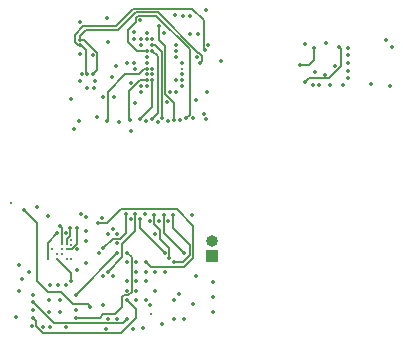
<source format=gbr>
G04 #@! TF.GenerationSoftware,KiCad,Pcbnew,(5.1.5)-3*
G04 #@! TF.CreationDate,2020-09-26T11:14:37+09:00*
G04 #@! TF.ProjectId,WF_Board,57465f42-6f61-4726-942e-6b696361645f,rev?*
G04 #@! TF.SameCoordinates,Original*
G04 #@! TF.FileFunction,Copper,L4,Inr*
G04 #@! TF.FilePolarity,Positive*
%FSLAX46Y46*%
G04 Gerber Fmt 4.6, Leading zero omitted, Abs format (unit mm)*
G04 Created by KiCad (PCBNEW (5.1.5)-3) date 2020-09-26 11:14:37*
%MOMM*%
%LPD*%
G04 APERTURE LIST*
%ADD10O,1.000000X1.000000*%
%ADD11R,1.000000X1.000000*%
%ADD12C,0.350000*%
%ADD13C,0.300000*%
%ADD14C,0.152400*%
%ADD15C,0.203200*%
G04 APERTURE END LIST*
D10*
X140970000Y-106031160D03*
D11*
X140970000Y-107301160D03*
D12*
X136175340Y-110243360D03*
X136175340Y-108645700D03*
X135375240Y-108645700D03*
X139586560Y-108993680D03*
X128604020Y-113351900D03*
X127153260Y-112031520D03*
X127153260Y-111081560D03*
X128103220Y-111081560D03*
X128103220Y-112031520D03*
X137933120Y-93446780D03*
X135433120Y-88946780D03*
X134933120Y-89446780D03*
X134399657Y-90939485D03*
X134933120Y-93446780D03*
X138492720Y-86986380D03*
X134355320Y-88941980D03*
X138433120Y-91946780D03*
X135933120Y-88946780D03*
D13*
X138433120Y-91446780D03*
D12*
X139813520Y-88535780D03*
X154462765Y-92794515D03*
X156065940Y-92960340D03*
X152527980Y-89667580D03*
X125708000Y-113220231D03*
X134292080Y-113458120D03*
X132974940Y-112643660D03*
X129057396Y-94053660D03*
X124665480Y-110272960D03*
X150074140Y-92814686D03*
X150530000Y-91990000D03*
X139372080Y-111395640D03*
X129837199Y-87478720D03*
X132189220Y-89197180D03*
X129835140Y-90221340D03*
X141076680Y-112030640D03*
X136731178Y-113086042D03*
X135101246Y-113386750D03*
D13*
X127866140Y-107143680D03*
D12*
X130307080Y-105195500D03*
D13*
X128663700Y-107545000D03*
X129064920Y-107544900D03*
D12*
X129509520Y-108543220D03*
X130296920Y-107887900D03*
X126154780Y-103144441D03*
X127076200Y-103938200D03*
X125483620Y-108647360D03*
D13*
X123992640Y-102825680D03*
D12*
X140596620Y-93426280D03*
X133774780Y-109444440D03*
X134574780Y-108645340D03*
X155710000Y-89020000D03*
X130300000Y-104040000D03*
X129690000Y-95860000D03*
X139590000Y-94100000D03*
X128620000Y-105380000D03*
X135733380Y-111449860D03*
X129834200Y-92501020D03*
X135375240Y-111043460D03*
X134575140Y-109443260D03*
X135375240Y-109443260D03*
X136975440Y-108645700D03*
X133775040Y-107845600D03*
X125835000Y-111881660D03*
X129424020Y-111881660D03*
X137775540Y-111043460D03*
X134914120Y-87335382D03*
X134933120Y-92946780D03*
X134933120Y-88946780D03*
X139153120Y-88535780D03*
X138433120Y-92446780D03*
X129933700Y-91902280D03*
X130985120Y-93101020D03*
X141076680Y-109490640D03*
X131693920Y-104098220D03*
D13*
X128264920Y-106744900D03*
D12*
X129585720Y-106744900D03*
X137182127Y-94267757D03*
X131220000Y-95510000D03*
X134575140Y-111043460D03*
X134575140Y-110243360D03*
X134575140Y-107845600D03*
X138171780Y-110504980D03*
X132042760Y-113479311D03*
X131782420Y-111437040D03*
X139153120Y-87011780D03*
X129890000Y-103730000D03*
X129260000Y-96590000D03*
X126652880Y-113352320D03*
X137933120Y-89446780D03*
X135433120Y-88446780D03*
X138433120Y-92946780D03*
X137868520Y-86928980D03*
X152524940Y-92265540D03*
X131033520Y-92501720D03*
X149524140Y-92814670D03*
X130880140Y-90266340D03*
X134086600Y-104225220D03*
D13*
X129064920Y-106344900D03*
D12*
X124664780Y-108069409D03*
D13*
X129064920Y-105944900D03*
D12*
X130307080Y-106085500D03*
X137434545Y-93445355D03*
X132524800Y-92135840D03*
X148844000Y-89408000D03*
X140648200Y-89450180D03*
X134090000Y-96770000D03*
X152524940Y-90315540D03*
X151357040Y-91237300D03*
X136933120Y-88446780D03*
D13*
X128264920Y-106343580D03*
D12*
X128150620Y-104781200D03*
X127894080Y-105386000D03*
D13*
X127064920Y-107544900D03*
X128663700Y-106744900D03*
D12*
X129527980Y-104954200D03*
X150971944Y-92814656D03*
X149678840Y-91737300D03*
X152091100Y-92799400D03*
X156214775Y-89662158D03*
X134377920Y-88387780D03*
X135433120Y-90946780D03*
X135433120Y-92946780D03*
X138433120Y-90946780D03*
X127303120Y-109760760D03*
X127953360Y-109760760D03*
X127303120Y-113352320D03*
X128603600Y-109760760D03*
X124910440Y-109290860D03*
X124384669Y-112463320D03*
X152525440Y-91615760D03*
X130934460Y-91902280D03*
X149610700Y-89697560D03*
X129834640Y-89019097D03*
X148460460Y-91173400D03*
X139981940Y-90954860D03*
X132080000Y-87177880D03*
X141719300Y-90772080D03*
X152522900Y-90962980D03*
X130434200Y-91902160D03*
X150608920Y-89311480D03*
X129834640Y-89420700D03*
X140406214Y-89868693D03*
X140459320Y-86522580D03*
X139687537Y-90455515D03*
X137933120Y-92446780D03*
X132700000Y-93820000D03*
D13*
X135775300Y-112242220D03*
D12*
X133775040Y-110243360D03*
X138575640Y-112643660D03*
X137770460Y-112643660D03*
D13*
X128663700Y-106343580D03*
D12*
X128978660Y-104954200D03*
X151729060Y-89651840D03*
X148846540Y-92585540D03*
X132854700Y-91211400D03*
X135433120Y-90446780D03*
X140510000Y-95740000D03*
X140315633Y-95267431D03*
X137933120Y-89946780D03*
X139330000Y-95660000D03*
X137933120Y-90446780D03*
X138290000Y-95840000D03*
X136174480Y-105444420D03*
X139301220Y-103872160D03*
X136471520Y-87868780D03*
X137774680Y-107844720D03*
X137683240Y-103884860D03*
X137780002Y-95820000D03*
X135933120Y-91446780D03*
X132974080Y-106244520D03*
X137294620Y-104390320D03*
X137280000Y-95870000D03*
X135933120Y-89446780D03*
X138574780Y-107044620D03*
X136885680Y-103879780D03*
X136746636Y-95670000D03*
X135933120Y-91946780D03*
X136489440Y-104372540D03*
X132575300Y-105025320D03*
X136370002Y-95980000D03*
X135933120Y-89946780D03*
X137375900Y-107445940D03*
X136093200Y-103887400D03*
X135879840Y-95724980D03*
X135433120Y-91946780D03*
X135691880Y-104390320D03*
X132173980Y-105444420D03*
X135400000Y-95860000D03*
X135433120Y-89946780D03*
X138770000Y-95650000D03*
X130434080Y-93101160D03*
D13*
X127866140Y-107545000D03*
D12*
X129057404Y-109424600D03*
X134482320Y-91475572D03*
X135374780Y-107844440D03*
X131287520Y-104517320D03*
X135433120Y-91446780D03*
X132092700Y-95897700D03*
D13*
X128264920Y-107143680D03*
D12*
X131721860Y-93858080D03*
X133814820Y-90947240D03*
X133111240Y-95948500D03*
X134081520Y-92638880D03*
X133697980Y-103783260D03*
X131775200Y-106643300D03*
X135433120Y-92446780D03*
X134493000Y-103783260D03*
X132173980Y-108644820D03*
X134050000Y-95810000D03*
X136974580Y-107044620D03*
X134886700Y-104225220D03*
X134491641Y-94402999D03*
X135915510Y-92446780D03*
X135293100Y-103778180D03*
X131373880Y-107044620D03*
X134880000Y-95750000D03*
X125059440Y-103425120D03*
X130683000Y-111601380D03*
X131772660Y-109041060D03*
X132572760Y-109041060D03*
X141077300Y-110762060D03*
X132973820Y-105444420D03*
X125834020Y-110581900D03*
D13*
X127464920Y-106744900D03*
D12*
X132974780Y-107044456D03*
X129422900Y-110582840D03*
X133773920Y-107044620D03*
X129424020Y-112531900D03*
X133775040Y-111043460D03*
X125835000Y-112531900D03*
X132173580Y-112643540D03*
X133775040Y-112643660D03*
X125835000Y-111231420D03*
D14*
X128264920Y-106343580D02*
X128264920Y-104895500D01*
X128264920Y-104895500D02*
X128150620Y-104781200D01*
X127894080Y-105386000D02*
X127064920Y-106215160D01*
X127064920Y-106215160D02*
X127064920Y-107544900D01*
X129527980Y-106322580D02*
X129527980Y-104954200D01*
X128663700Y-106744900D02*
X129105660Y-106744900D01*
X129105660Y-106744900D02*
X129527980Y-106322580D01*
D15*
X130046772Y-89019097D02*
X129834640Y-89019097D01*
X131233341Y-90096803D02*
X130155635Y-89019097D01*
X130155635Y-89019097D02*
X130046772Y-89019097D01*
X131233341Y-91603399D02*
X131233341Y-90096803D01*
X130934460Y-91902280D02*
X131233341Y-91603399D01*
X134508230Y-86700370D02*
X136420710Y-86700370D01*
X129834640Y-89019097D02*
X129834640Y-88699102D01*
X129834640Y-88699102D02*
X130310603Y-88223139D01*
X130310603Y-88223139D02*
X132985461Y-88223139D01*
X132985461Y-88223139D02*
X134508230Y-86700370D01*
X149610700Y-89945047D02*
X149610700Y-89697560D01*
X149610700Y-90726360D02*
X149610700Y-89945047D01*
X149163660Y-91173400D02*
X149610700Y-90726360D01*
X148460460Y-91173400D02*
X149163660Y-91173400D01*
D14*
X139852227Y-90105906D02*
X140156939Y-90410618D01*
X139826246Y-90105906D02*
X139852227Y-90105906D01*
X140156939Y-90410618D02*
X140156939Y-90779861D01*
X140156939Y-90779861D02*
X139981940Y-90954860D01*
X136420710Y-86700370D02*
X139826246Y-90105906D01*
D15*
X130311901Y-89897961D02*
X129984639Y-89570699D01*
X129984639Y-89570699D02*
X129834640Y-89420700D01*
X130311901Y-91802961D02*
X130311901Y-89897961D01*
X130411100Y-91902160D02*
X130311901Y-91802961D01*
X130434200Y-91902160D02*
X130411100Y-91902160D01*
X140270000Y-89732479D02*
X140406214Y-89868693D01*
X140270000Y-87349260D02*
X140270000Y-89732479D01*
X139300319Y-86379579D02*
X140270000Y-87349260D01*
X132831840Y-87848440D02*
X134300701Y-86379579D01*
X129622508Y-89420700D02*
X129360000Y-89158192D01*
X134300701Y-86379579D02*
X139300319Y-86379579D01*
X129834640Y-89420700D02*
X129622508Y-89420700D01*
X129360000Y-89158192D02*
X129360000Y-88570000D01*
X129360000Y-88570000D02*
X130081560Y-87848440D01*
X130081560Y-87848440D02*
X132831840Y-87848440D01*
D14*
X128663700Y-106343580D02*
X128663700Y-105899080D01*
X128978660Y-105584120D02*
X128978660Y-104954200D01*
X128663700Y-105899080D02*
X128978660Y-105584120D01*
D15*
X151904059Y-91250019D02*
X151904059Y-89826839D01*
X151904059Y-89826839D02*
X151729060Y-89651840D01*
X150873338Y-92280740D02*
X151904059Y-91250019D01*
X148846540Y-92585540D02*
X149151340Y-92280740D01*
X149151340Y-92280740D02*
X150873338Y-92280740D01*
D14*
X137683240Y-104944040D02*
X137683240Y-103884860D01*
X139090400Y-106351200D02*
X137683240Y-104944040D01*
X137774680Y-107844720D02*
X138490960Y-107844720D01*
X139090400Y-107245280D02*
X139090400Y-106351200D01*
X138490960Y-107844720D02*
X139090400Y-107245280D01*
D15*
X137780002Y-94325682D02*
X137780002Y-95572513D01*
X137020300Y-93565980D02*
X137780002Y-94325682D01*
X137780002Y-95572513D02*
X137780002Y-95820000D01*
X136471520Y-89014160D02*
X137020300Y-89562940D01*
X137020300Y-89562940D02*
X137020300Y-93565980D01*
X136471520Y-87868780D02*
X136471520Y-89014160D01*
D14*
X136885680Y-105355520D02*
X136885680Y-103879780D01*
X138574780Y-107044620D02*
X136885680Y-105355520D01*
D15*
X136715489Y-95638853D02*
X136746636Y-95670000D01*
X136715489Y-90052373D02*
X136715489Y-95638853D01*
X135933120Y-89446780D02*
X136109896Y-89446780D01*
X136109896Y-89446780D02*
X136715489Y-90052373D01*
D14*
X137375900Y-106648380D02*
X137375900Y-107445940D01*
X136570720Y-105088820D02*
X136570720Y-105843200D01*
X136093200Y-103887400D02*
X136093200Y-104611300D01*
X136570720Y-105843200D02*
X137375900Y-106648380D01*
X136093200Y-104611300D02*
X136570720Y-105088820D01*
D15*
X136410678Y-95194142D02*
X135879840Y-95724980D01*
X135933120Y-89946780D02*
X136410678Y-90424338D01*
X136410678Y-90424338D02*
X136410678Y-95194142D01*
D14*
X134541120Y-87513180D02*
X134541120Y-87132180D01*
X134693520Y-86979780D02*
X136268320Y-86979780D01*
X133906120Y-88148180D02*
X134541120Y-87513180D01*
X133906120Y-89214980D02*
X133906120Y-88148180D01*
X134637920Y-89946780D02*
X133906120Y-89214980D01*
X134541120Y-87132180D02*
X134693520Y-86979780D01*
X136268320Y-86979780D02*
X139079730Y-89791190D01*
X139079730Y-89791190D02*
X139079730Y-93159970D01*
X135433120Y-89946780D02*
X134637920Y-89946780D01*
D15*
X139079730Y-95340270D02*
X138770000Y-95650000D01*
X139079730Y-93159970D02*
X139079730Y-95340270D01*
D14*
X129057404Y-108736264D02*
X129057404Y-109424600D01*
X127866140Y-107545000D02*
X129057404Y-108736264D01*
X137985500Y-103341300D02*
X133256020Y-103341300D01*
X135776380Y-108246040D02*
X138602720Y-108246040D01*
X132080000Y-104517320D02*
X131535007Y-104517320D01*
X133256020Y-103341300D02*
X132080000Y-104517320D01*
X139397740Y-104753540D02*
X137985500Y-103341300D01*
X135374780Y-107844440D02*
X135776380Y-108246040D01*
X131535007Y-104517320D02*
X131287520Y-104517320D01*
X138602720Y-108246040D02*
X139397740Y-107451020D01*
X139397740Y-107451020D02*
X139397740Y-104753540D01*
D15*
X132166360Y-95824040D02*
X132092700Y-95897700D01*
X135256344Y-91446780D02*
X134760204Y-91942920D01*
X135433120Y-91446780D02*
X135256344Y-91446780D01*
X134760204Y-91942920D02*
X133628212Y-91942920D01*
X132166360Y-93404772D02*
X132166360Y-95824040D01*
X133628212Y-91942920D02*
X132166360Y-93404772D01*
D14*
X133697980Y-104030747D02*
X133697980Y-103783260D01*
X133212840Y-105840660D02*
X133697980Y-105355520D01*
X131775200Y-106643300D02*
X132577840Y-105840660D01*
X133697980Y-105355520D02*
X133697980Y-104030747D01*
X132577840Y-105840660D02*
X133212840Y-105840660D01*
X134493000Y-104030747D02*
X134493000Y-103783260D01*
X133377940Y-106325800D02*
X134493000Y-105210740D01*
X134493000Y-105210740D02*
X134493000Y-104030747D01*
X132173980Y-108644820D02*
X133377940Y-107440860D01*
X133377940Y-107440860D02*
X133377940Y-106325800D01*
D15*
X135433120Y-92446780D02*
X134873382Y-92446780D01*
X133951980Y-95711980D02*
X134050000Y-95810000D01*
X133951980Y-93368182D02*
X133951980Y-95711980D01*
X134873382Y-92446780D02*
X133951980Y-93368182D01*
D14*
X136799581Y-106869621D02*
X136974580Y-107044620D01*
X134886700Y-104225220D02*
X134886700Y-104956740D01*
X134886700Y-104956740D02*
X136799581Y-106869621D01*
D15*
X135915510Y-94714490D02*
X135054999Y-95575001D01*
X135054999Y-95575001D02*
X134880000Y-95750000D01*
X135915510Y-92446780D02*
X135915510Y-94714490D01*
D14*
X126121160Y-104486840D02*
X125059440Y-103425120D01*
X126121160Y-109465240D02*
X126121160Y-104486840D01*
X130683000Y-111601380D02*
X130479800Y-111398180D01*
X129230120Y-111398180D02*
X128231900Y-110399960D01*
X130479800Y-111398180D02*
X129230120Y-111398180D01*
X128231900Y-110399960D02*
X127055880Y-110399960D01*
X127055880Y-110399960D02*
X126121160Y-109465240D01*
X132961284Y-107044456D02*
X132974780Y-107044456D01*
X129422900Y-110582840D02*
X132961284Y-107044456D01*
X132768080Y-112241460D02*
X131785100Y-112241460D01*
X131785100Y-112241460D02*
X131494660Y-112531900D01*
X133377680Y-111631860D02*
X132768080Y-112241460D01*
X133377680Y-110824176D02*
X133377680Y-111631860D01*
X134170160Y-107440860D02*
X134170160Y-110370386D01*
X133773920Y-107044620D02*
X134170160Y-107440860D01*
X131494660Y-112531900D02*
X129424020Y-112531900D01*
X134170160Y-110370386D02*
X133899286Y-110641260D01*
X133560596Y-110641260D02*
X133377680Y-110824176D01*
X133899286Y-110641260D02*
X133560596Y-110641260D01*
X126060801Y-112757701D02*
X126009999Y-112706899D01*
X126060801Y-113263591D02*
X126060801Y-112757701D01*
X126009999Y-112706899D02*
X125835000Y-112531900D01*
X134519001Y-111787421D02*
X134519001Y-112578419D01*
X134519001Y-112578419D02*
X133265299Y-113832121D01*
X133775040Y-111043460D02*
X134519001Y-111787421D01*
X133265299Y-113832121D02*
X126629331Y-113832121D01*
X126629331Y-113832121D02*
X126060801Y-113263591D01*
X133775040Y-112643660D02*
X133422239Y-112996461D01*
X133422239Y-112996461D02*
X127600041Y-112996461D01*
X126009999Y-111406419D02*
X125835000Y-111231420D01*
X127600041Y-112996461D02*
X126009999Y-111406419D01*
M02*

</source>
